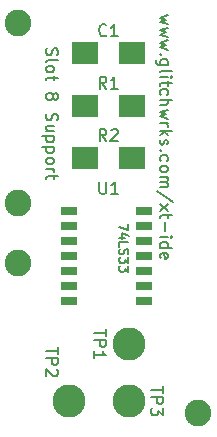
<source format=gbr>
G04 #@! TF.FileFunction,Soldermask,Top*
%FSLAX46Y46*%
G04 Gerber Fmt 4.6, Leading zero omitted, Abs format (unit mm)*
G04 Created by KiCad (PCBNEW 4.0.4-stable) date Mon Feb  6 14:44:24 2017*
%MOMM*%
%LPD*%
G01*
G04 APERTURE LIST*
%ADD10C,0.100000*%
%ADD11C,0.177800*%
%ADD12R,2.254000X1.854000*%
%ADD13R,2.254000X1.954000*%
%ADD14R,1.397000X0.762000*%
%ADD15C,2.252980*%
%ADD16C,2.794000*%
G04 APERTURE END LIST*
D10*
D11*
X121460381Y-120129905D02*
X121460381Y-120710476D01*
X120444381Y-120420191D02*
X121460381Y-120420191D01*
X120444381Y-121049143D02*
X121460381Y-121049143D01*
X121460381Y-121436190D01*
X121412000Y-121532952D01*
X121363619Y-121581333D01*
X121266857Y-121629714D01*
X121121714Y-121629714D01*
X121024952Y-121581333D01*
X120976571Y-121532952D01*
X120928190Y-121436190D01*
X120928190Y-121049143D01*
X121363619Y-122016762D02*
X121412000Y-122065143D01*
X121460381Y-122161905D01*
X121460381Y-122403809D01*
X121412000Y-122500571D01*
X121363619Y-122548952D01*
X121266857Y-122597333D01*
X121170095Y-122597333D01*
X121024952Y-122548952D01*
X120444381Y-121968381D01*
X120444381Y-122597333D01*
X130350381Y-123431905D02*
X130350381Y-124012476D01*
X129334381Y-123722191D02*
X130350381Y-123722191D01*
X129334381Y-124351143D02*
X130350381Y-124351143D01*
X130350381Y-124738190D01*
X130302000Y-124834952D01*
X130253619Y-124883333D01*
X130156857Y-124931714D01*
X130011714Y-124931714D01*
X129914952Y-124883333D01*
X129866571Y-124834952D01*
X129818190Y-124738190D01*
X129818190Y-124351143D01*
X130350381Y-125270381D02*
X130350381Y-125899333D01*
X129963333Y-125560667D01*
X129963333Y-125705809D01*
X129914952Y-125802571D01*
X129866571Y-125850952D01*
X129769810Y-125899333D01*
X129527905Y-125899333D01*
X129431143Y-125850952D01*
X129382762Y-125802571D01*
X129334381Y-125705809D01*
X129334381Y-125415524D01*
X129382762Y-125318762D01*
X129431143Y-125270381D01*
X125524381Y-118605905D02*
X125524381Y-119186476D01*
X124508381Y-118896191D02*
X125524381Y-118896191D01*
X124508381Y-119525143D02*
X125524381Y-119525143D01*
X125524381Y-119912190D01*
X125476000Y-120008952D01*
X125427619Y-120057333D01*
X125330857Y-120105714D01*
X125185714Y-120105714D01*
X125088952Y-120057333D01*
X125040571Y-120008952D01*
X124992190Y-119912190D01*
X124992190Y-119525143D01*
X124508381Y-121073333D02*
X124508381Y-120492762D01*
X124508381Y-120783048D02*
X125524381Y-120783048D01*
X125379238Y-120686286D01*
X125282476Y-120589524D01*
X125234095Y-120492762D01*
X125560667Y-98249619D02*
X125222001Y-97765810D01*
X124980096Y-98249619D02*
X124980096Y-97233619D01*
X125367143Y-97233619D01*
X125463905Y-97282000D01*
X125512286Y-97330381D01*
X125560667Y-97427143D01*
X125560667Y-97572286D01*
X125512286Y-97669048D01*
X125463905Y-97717429D01*
X125367143Y-97765810D01*
X124980096Y-97765810D01*
X126528286Y-98249619D02*
X125947715Y-98249619D01*
X126238001Y-98249619D02*
X126238001Y-97233619D01*
X126141239Y-97378762D01*
X126044477Y-97475524D01*
X125947715Y-97523905D01*
X127417286Y-109746144D02*
X127417286Y-110254144D01*
X126655286Y-109927573D01*
X127163286Y-110871001D02*
X126655286Y-110871001D01*
X127453571Y-110689572D02*
X126909286Y-110508144D01*
X126909286Y-110979858D01*
X126655286Y-111633001D02*
X126655286Y-111270144D01*
X127417286Y-111270144D01*
X126691571Y-111850715D02*
X126655286Y-111959572D01*
X126655286Y-112141001D01*
X126691571Y-112213572D01*
X126727857Y-112249858D01*
X126800429Y-112286143D01*
X126873000Y-112286143D01*
X126945571Y-112249858D01*
X126981857Y-112213572D01*
X127018143Y-112141001D01*
X127054429Y-111995858D01*
X127090714Y-111923286D01*
X127127000Y-111887001D01*
X127199571Y-111850715D01*
X127272143Y-111850715D01*
X127344714Y-111887001D01*
X127381000Y-111923286D01*
X127417286Y-111995858D01*
X127417286Y-112177286D01*
X127381000Y-112286143D01*
X127417286Y-112540143D02*
X127417286Y-113011857D01*
X127127000Y-112757857D01*
X127127000Y-112866715D01*
X127090714Y-112939286D01*
X127054429Y-112975572D01*
X126981857Y-113011857D01*
X126800429Y-113011857D01*
X126727857Y-112975572D01*
X126691571Y-112939286D01*
X126655286Y-112866715D01*
X126655286Y-112649000D01*
X126691571Y-112576429D01*
X126727857Y-112540143D01*
X127417286Y-113265857D02*
X127417286Y-113737571D01*
X127127000Y-113483571D01*
X127127000Y-113592429D01*
X127090714Y-113665000D01*
X127054429Y-113701286D01*
X126981857Y-113737571D01*
X126800429Y-113737571D01*
X126727857Y-113701286D01*
X126691571Y-113665000D01*
X126655286Y-113592429D01*
X126655286Y-113374714D01*
X126691571Y-113302143D01*
X126727857Y-113265857D01*
X124955905Y-106123619D02*
X124955905Y-106946095D01*
X125004286Y-107042857D01*
X125052667Y-107091238D01*
X125149429Y-107139619D01*
X125342952Y-107139619D01*
X125439714Y-107091238D01*
X125488095Y-107042857D01*
X125536476Y-106946095D01*
X125536476Y-106123619D01*
X126552476Y-107139619D02*
X125971905Y-107139619D01*
X126262191Y-107139619D02*
X126262191Y-106123619D01*
X126165429Y-106268762D01*
X126068667Y-106365524D01*
X125971905Y-106413905D01*
X125560667Y-93707857D02*
X125512286Y-93756238D01*
X125367143Y-93804619D01*
X125270381Y-93804619D01*
X125125239Y-93756238D01*
X125028477Y-93659476D01*
X124980096Y-93562714D01*
X124931715Y-93369190D01*
X124931715Y-93224048D01*
X124980096Y-93030524D01*
X125028477Y-92933762D01*
X125125239Y-92837000D01*
X125270381Y-92788619D01*
X125367143Y-92788619D01*
X125512286Y-92837000D01*
X125560667Y-92885381D01*
X126528286Y-93804619D02*
X125947715Y-93804619D01*
X126238001Y-93804619D02*
X126238001Y-92788619D01*
X126141239Y-92933762D01*
X126044477Y-93030524D01*
X125947715Y-93078905D01*
X125560667Y-102694619D02*
X125222001Y-102210810D01*
X124980096Y-102694619D02*
X124980096Y-101678619D01*
X125367143Y-101678619D01*
X125463905Y-101727000D01*
X125512286Y-101775381D01*
X125560667Y-101872143D01*
X125560667Y-102017286D01*
X125512286Y-102114048D01*
X125463905Y-102162429D01*
X125367143Y-102210810D01*
X124980096Y-102210810D01*
X125947715Y-101775381D02*
X125996096Y-101727000D01*
X126092858Y-101678619D01*
X126334762Y-101678619D01*
X126431524Y-101727000D01*
X126479905Y-101775381D01*
X126528286Y-101872143D01*
X126528286Y-101968905D01*
X126479905Y-102114048D01*
X125899334Y-102694619D01*
X126528286Y-102694619D01*
X120492762Y-94838764D02*
X120444381Y-94983907D01*
X120444381Y-95225811D01*
X120492762Y-95322573D01*
X120541143Y-95370954D01*
X120637905Y-95419335D01*
X120734667Y-95419335D01*
X120831429Y-95370954D01*
X120879810Y-95322573D01*
X120928190Y-95225811D01*
X120976571Y-95032288D01*
X121024952Y-94935526D01*
X121073333Y-94887145D01*
X121170095Y-94838764D01*
X121266857Y-94838764D01*
X121363619Y-94887145D01*
X121412000Y-94935526D01*
X121460381Y-95032288D01*
X121460381Y-95274192D01*
X121412000Y-95419335D01*
X120444381Y-95999907D02*
X120492762Y-95903145D01*
X120589524Y-95854764D01*
X121460381Y-95854764D01*
X120444381Y-96532097D02*
X120492762Y-96435335D01*
X120541143Y-96386954D01*
X120637905Y-96338573D01*
X120928190Y-96338573D01*
X121024952Y-96386954D01*
X121073333Y-96435335D01*
X121121714Y-96532097D01*
X121121714Y-96677239D01*
X121073333Y-96774001D01*
X121024952Y-96822382D01*
X120928190Y-96870763D01*
X120637905Y-96870763D01*
X120541143Y-96822382D01*
X120492762Y-96774001D01*
X120444381Y-96677239D01*
X120444381Y-96532097D01*
X121121714Y-97161049D02*
X121121714Y-97548097D01*
X121460381Y-97306192D02*
X120589524Y-97306192D01*
X120492762Y-97354573D01*
X120444381Y-97451335D01*
X120444381Y-97548097D01*
X121024952Y-98806001D02*
X121073333Y-98709239D01*
X121121714Y-98660858D01*
X121218476Y-98612477D01*
X121266857Y-98612477D01*
X121363619Y-98660858D01*
X121412000Y-98709239D01*
X121460381Y-98806001D01*
X121460381Y-98999524D01*
X121412000Y-99096286D01*
X121363619Y-99144667D01*
X121266857Y-99193048D01*
X121218476Y-99193048D01*
X121121714Y-99144667D01*
X121073333Y-99096286D01*
X121024952Y-98999524D01*
X121024952Y-98806001D01*
X120976571Y-98709239D01*
X120928190Y-98660858D01*
X120831429Y-98612477D01*
X120637905Y-98612477D01*
X120541143Y-98660858D01*
X120492762Y-98709239D01*
X120444381Y-98806001D01*
X120444381Y-98999524D01*
X120492762Y-99096286D01*
X120541143Y-99144667D01*
X120637905Y-99193048D01*
X120831429Y-99193048D01*
X120928190Y-99144667D01*
X120976571Y-99096286D01*
X121024952Y-98999524D01*
X120492762Y-100354191D02*
X120444381Y-100499334D01*
X120444381Y-100741238D01*
X120492762Y-100838000D01*
X120541143Y-100886381D01*
X120637905Y-100934762D01*
X120734667Y-100934762D01*
X120831429Y-100886381D01*
X120879810Y-100838000D01*
X120928190Y-100741238D01*
X120976571Y-100547715D01*
X121024952Y-100450953D01*
X121073333Y-100402572D01*
X121170095Y-100354191D01*
X121266857Y-100354191D01*
X121363619Y-100402572D01*
X121412000Y-100450953D01*
X121460381Y-100547715D01*
X121460381Y-100789619D01*
X121412000Y-100934762D01*
X121121714Y-101805619D02*
X120444381Y-101805619D01*
X121121714Y-101370191D02*
X120589524Y-101370191D01*
X120492762Y-101418572D01*
X120444381Y-101515334D01*
X120444381Y-101660476D01*
X120492762Y-101757238D01*
X120541143Y-101805619D01*
X121121714Y-102289429D02*
X120105714Y-102289429D01*
X121073333Y-102289429D02*
X121121714Y-102386191D01*
X121121714Y-102579714D01*
X121073333Y-102676476D01*
X121024952Y-102724857D01*
X120928190Y-102773238D01*
X120637905Y-102773238D01*
X120541143Y-102724857D01*
X120492762Y-102676476D01*
X120444381Y-102579714D01*
X120444381Y-102386191D01*
X120492762Y-102289429D01*
X121121714Y-103208667D02*
X120105714Y-103208667D01*
X121073333Y-103208667D02*
X121121714Y-103305429D01*
X121121714Y-103498952D01*
X121073333Y-103595714D01*
X121024952Y-103644095D01*
X120928190Y-103692476D01*
X120637905Y-103692476D01*
X120541143Y-103644095D01*
X120492762Y-103595714D01*
X120444381Y-103498952D01*
X120444381Y-103305429D01*
X120492762Y-103208667D01*
X120444381Y-104273048D02*
X120492762Y-104176286D01*
X120541143Y-104127905D01*
X120637905Y-104079524D01*
X120928190Y-104079524D01*
X121024952Y-104127905D01*
X121073333Y-104176286D01*
X121121714Y-104273048D01*
X121121714Y-104418190D01*
X121073333Y-104514952D01*
X121024952Y-104563333D01*
X120928190Y-104611714D01*
X120637905Y-104611714D01*
X120541143Y-104563333D01*
X120492762Y-104514952D01*
X120444381Y-104418190D01*
X120444381Y-104273048D01*
X120444381Y-105047143D02*
X121121714Y-105047143D01*
X120928190Y-105047143D02*
X121024952Y-105095524D01*
X121073333Y-105143905D01*
X121121714Y-105240667D01*
X121121714Y-105337428D01*
X121121714Y-105530952D02*
X121121714Y-105918000D01*
X121460381Y-105676095D02*
X120589524Y-105676095D01*
X120492762Y-105724476D01*
X120444381Y-105821238D01*
X120444381Y-105918000D01*
X130773714Y-92032667D02*
X130096381Y-92226191D01*
X130580190Y-92419714D01*
X130096381Y-92613238D01*
X130773714Y-92806762D01*
X130773714Y-93097048D02*
X130096381Y-93290572D01*
X130580190Y-93484095D01*
X130096381Y-93677619D01*
X130773714Y-93871143D01*
X130773714Y-94161429D02*
X130096381Y-94354953D01*
X130580190Y-94548476D01*
X130096381Y-94742000D01*
X130773714Y-94935524D01*
X130193143Y-95322572D02*
X130144762Y-95370953D01*
X130096381Y-95322572D01*
X130144762Y-95274191D01*
X130193143Y-95322572D01*
X130096381Y-95322572D01*
X130773714Y-96241810D02*
X129951238Y-96241810D01*
X129854476Y-96193429D01*
X129806095Y-96145048D01*
X129757714Y-96048287D01*
X129757714Y-95903144D01*
X129806095Y-95806382D01*
X130144762Y-96241810D02*
X130096381Y-96145048D01*
X130096381Y-95951525D01*
X130144762Y-95854763D01*
X130193143Y-95806382D01*
X130289905Y-95758001D01*
X130580190Y-95758001D01*
X130676952Y-95806382D01*
X130725333Y-95854763D01*
X130773714Y-95951525D01*
X130773714Y-96145048D01*
X130725333Y-96241810D01*
X130096381Y-96870763D02*
X130144762Y-96774001D01*
X130241524Y-96725620D01*
X131112381Y-96725620D01*
X130096381Y-97257810D02*
X130773714Y-97257810D01*
X131112381Y-97257810D02*
X131064000Y-97209429D01*
X131015619Y-97257810D01*
X131064000Y-97306191D01*
X131112381Y-97257810D01*
X131015619Y-97257810D01*
X130773714Y-97596477D02*
X130773714Y-97983525D01*
X131112381Y-97741620D02*
X130241524Y-97741620D01*
X130144762Y-97790001D01*
X130096381Y-97886763D01*
X130096381Y-97983525D01*
X130144762Y-98757619D02*
X130096381Y-98660857D01*
X130096381Y-98467334D01*
X130144762Y-98370572D01*
X130193143Y-98322191D01*
X130289905Y-98273810D01*
X130580190Y-98273810D01*
X130676952Y-98322191D01*
X130725333Y-98370572D01*
X130773714Y-98467334D01*
X130773714Y-98660857D01*
X130725333Y-98757619D01*
X130096381Y-99193048D02*
X131112381Y-99193048D01*
X130096381Y-99628476D02*
X130628571Y-99628476D01*
X130725333Y-99580095D01*
X130773714Y-99483333D01*
X130773714Y-99338191D01*
X130725333Y-99241429D01*
X130676952Y-99193048D01*
X130773714Y-100015524D02*
X130096381Y-100209048D01*
X130580190Y-100402571D01*
X130096381Y-100596095D01*
X130773714Y-100789619D01*
X130096381Y-101176667D02*
X130773714Y-101176667D01*
X130580190Y-101176667D02*
X130676952Y-101225048D01*
X130725333Y-101273429D01*
X130773714Y-101370191D01*
X130773714Y-101466952D01*
X130096381Y-101805619D02*
X131112381Y-101805619D01*
X130483429Y-101902381D02*
X130096381Y-102192666D01*
X130773714Y-102192666D02*
X130386667Y-101805619D01*
X130144762Y-102579714D02*
X130096381Y-102676476D01*
X130096381Y-102870000D01*
X130144762Y-102966761D01*
X130241524Y-103015142D01*
X130289905Y-103015142D01*
X130386667Y-102966761D01*
X130435048Y-102870000D01*
X130435048Y-102724857D01*
X130483429Y-102628095D01*
X130580190Y-102579714D01*
X130628571Y-102579714D01*
X130725333Y-102628095D01*
X130773714Y-102724857D01*
X130773714Y-102870000D01*
X130725333Y-102966761D01*
X130193143Y-103450571D02*
X130144762Y-103498952D01*
X130096381Y-103450571D01*
X130144762Y-103402190D01*
X130193143Y-103450571D01*
X130096381Y-103450571D01*
X130144762Y-104369809D02*
X130096381Y-104273047D01*
X130096381Y-104079524D01*
X130144762Y-103982762D01*
X130193143Y-103934381D01*
X130289905Y-103886000D01*
X130580190Y-103886000D01*
X130676952Y-103934381D01*
X130725333Y-103982762D01*
X130773714Y-104079524D01*
X130773714Y-104273047D01*
X130725333Y-104369809D01*
X130096381Y-104950381D02*
X130144762Y-104853619D01*
X130193143Y-104805238D01*
X130289905Y-104756857D01*
X130580190Y-104756857D01*
X130676952Y-104805238D01*
X130725333Y-104853619D01*
X130773714Y-104950381D01*
X130773714Y-105095523D01*
X130725333Y-105192285D01*
X130676952Y-105240666D01*
X130580190Y-105289047D01*
X130289905Y-105289047D01*
X130193143Y-105240666D01*
X130144762Y-105192285D01*
X130096381Y-105095523D01*
X130096381Y-104950381D01*
X130096381Y-105724476D02*
X130773714Y-105724476D01*
X130676952Y-105724476D02*
X130725333Y-105772857D01*
X130773714Y-105869619D01*
X130773714Y-106014761D01*
X130725333Y-106111523D01*
X130628571Y-106159904D01*
X130096381Y-106159904D01*
X130628571Y-106159904D02*
X130725333Y-106208285D01*
X130773714Y-106305047D01*
X130773714Y-106450190D01*
X130725333Y-106546952D01*
X130628571Y-106595333D01*
X130096381Y-106595333D01*
X131160762Y-107804857D02*
X129854476Y-106934000D01*
X130096381Y-108046762D02*
X130773714Y-108578952D01*
X130773714Y-108046762D02*
X130096381Y-108578952D01*
X130773714Y-108820857D02*
X130773714Y-109207905D01*
X131112381Y-108966000D02*
X130241524Y-108966000D01*
X130144762Y-109014381D01*
X130096381Y-109111143D01*
X130096381Y-109207905D01*
X130483429Y-109546571D02*
X130483429Y-110320666D01*
X130096381Y-110804476D02*
X130773714Y-110804476D01*
X131112381Y-110804476D02*
X131064000Y-110756095D01*
X131015619Y-110804476D01*
X131064000Y-110852857D01*
X131112381Y-110804476D01*
X131015619Y-110804476D01*
X130096381Y-111723714D02*
X131112381Y-111723714D01*
X130144762Y-111723714D02*
X130096381Y-111626952D01*
X130096381Y-111433429D01*
X130144762Y-111336667D01*
X130193143Y-111288286D01*
X130289905Y-111239905D01*
X130580190Y-111239905D01*
X130676952Y-111288286D01*
X130725333Y-111336667D01*
X130773714Y-111433429D01*
X130773714Y-111626952D01*
X130725333Y-111723714D01*
X130144762Y-112594571D02*
X130096381Y-112497809D01*
X130096381Y-112304286D01*
X130144762Y-112207524D01*
X130241524Y-112159143D01*
X130628571Y-112159143D01*
X130725333Y-112207524D01*
X130773714Y-112304286D01*
X130773714Y-112497809D01*
X130725333Y-112594571D01*
X130628571Y-112642952D01*
X130531810Y-112642952D01*
X130435048Y-112159143D01*
D12*
X127730000Y-95250000D03*
X123730000Y-95250000D03*
D13*
X127730000Y-99695000D03*
X123730000Y-99695000D03*
X127730000Y-104140000D03*
X123730000Y-104140000D03*
D14*
X122428000Y-108585000D03*
X122428000Y-109855000D03*
X122428000Y-111125000D03*
X122428000Y-112395000D03*
X122428000Y-113665000D03*
X122428000Y-114935000D03*
X122428000Y-116205000D03*
X128778000Y-116205000D03*
X128778000Y-114935000D03*
X128778000Y-112395000D03*
X128778000Y-111125000D03*
X128778000Y-109855000D03*
X128778000Y-108585000D03*
X128778000Y-113665000D03*
D15*
X118110000Y-92710000D03*
X133350000Y-125730000D03*
D16*
X127508000Y-119888000D03*
X122428000Y-124714000D03*
X127508000Y-124714000D03*
D15*
X118110000Y-113030000D03*
X118110000Y-107950000D03*
M02*

</source>
